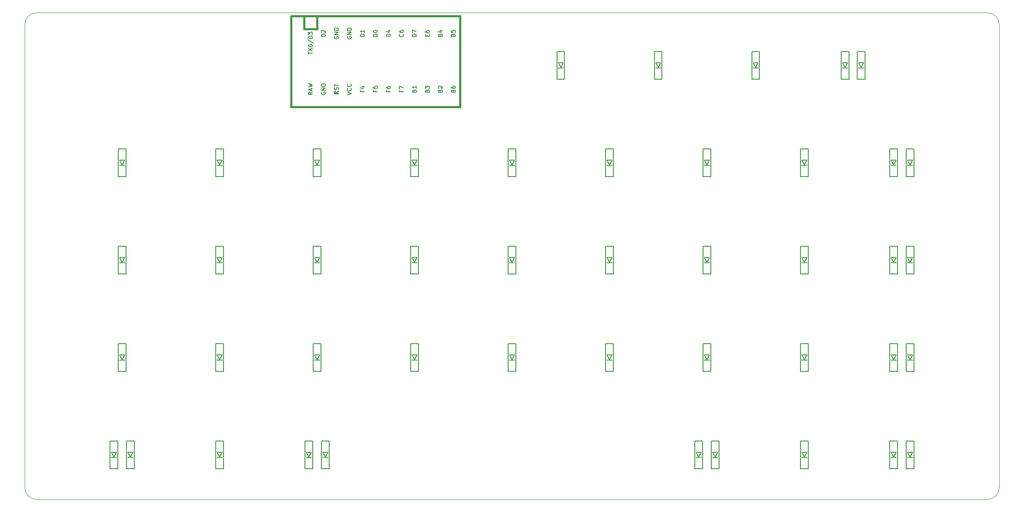
<source format=gto>
G04 #@! TF.GenerationSoftware,KiCad,Pcbnew,(5.1.4)-1*
G04 #@! TF.CreationDate,2021-08-31T18:12:40-10:00*
G04 #@! TF.ProjectId,oya45,6f796134-352e-46b6-9963-61645f706362,rev?*
G04 #@! TF.SameCoordinates,Original*
G04 #@! TF.FileFunction,Legend,Top*
G04 #@! TF.FilePolarity,Positive*
%FSLAX46Y46*%
G04 Gerber Fmt 4.6, Leading zero omitted, Abs format (unit mm)*
G04 Created by KiCad (PCBNEW (5.1.4)-1) date 2021-08-31 18:12:40*
%MOMM*%
%LPD*%
G04 APERTURE LIST*
%ADD10C,0.120000*%
%ADD11C,0.150000*%
%ADD12C,0.381000*%
%ADD13C,1.852000*%
%ADD14C,2.352000*%
%ADD15C,4.089800*%
%ADD16R,1.102000X1.502000*%
%ADD17R,1.854600X1.854600*%
%ADD18C,1.854600*%
%ADD19C,3.150000*%
G04 APERTURE END LIST*
D10*
X235743750Y-28575000D02*
X50006250Y-28575000D01*
X238125000Y-121443750D02*
X238125000Y-30956250D01*
X50006250Y-123825000D02*
X235743750Y-123825000D01*
X47625000Y-30956250D02*
X47625000Y-121443750D01*
X235743750Y-28575000D02*
G75*
G02X238125000Y-30956250I0J-2381250D01*
G01*
X47625000Y-30956250D02*
G75*
G02X50006250Y-28575000I2381250J0D01*
G01*
X238125000Y-121443750D02*
G75*
G02X235743750Y-123825000I-2381250J0D01*
G01*
X50006250Y-123825000D02*
G75*
G02X47625000Y-121443750I0J2381250D01*
G01*
D11*
X211887500Y-41593750D02*
X211887500Y-36193750D01*
X210387500Y-36193750D02*
X210387500Y-41593750D01*
X210387500Y-41593750D02*
X211887500Y-41593750D01*
X210387500Y-36193750D02*
X211887500Y-36193750D01*
X210637500Y-38393750D02*
X211637500Y-38393750D01*
X211637500Y-38393750D02*
X211137500Y-39293750D01*
X211137500Y-39293750D02*
X210637500Y-38393750D01*
X210637500Y-39393750D02*
X211637500Y-39393750D01*
X208712500Y-41593750D02*
X208712500Y-36193750D01*
X207212500Y-36193750D02*
X207212500Y-41593750D01*
X207212500Y-41593750D02*
X208712500Y-41593750D01*
X207212500Y-36193750D02*
X208712500Y-36193750D01*
X207462500Y-38393750D02*
X208462500Y-38393750D01*
X208462500Y-38393750D02*
X207962500Y-39293750D01*
X207962500Y-39293750D02*
X207462500Y-38393750D01*
X207462500Y-39393750D02*
X208462500Y-39393750D01*
X191250000Y-41593750D02*
X191250000Y-36193750D01*
X189750000Y-36193750D02*
X189750000Y-41593750D01*
X189750000Y-41593750D02*
X191250000Y-41593750D01*
X189750000Y-36193750D02*
X191250000Y-36193750D01*
X190000000Y-38393750D02*
X191000000Y-38393750D01*
X191000000Y-38393750D02*
X190500000Y-39293750D01*
X190500000Y-39293750D02*
X190000000Y-38393750D01*
X190000000Y-39393750D02*
X191000000Y-39393750D01*
X172200000Y-41593750D02*
X172200000Y-36193750D01*
X170700000Y-36193750D02*
X170700000Y-41593750D01*
X170700000Y-41593750D02*
X172200000Y-41593750D01*
X170700000Y-36193750D02*
X172200000Y-36193750D01*
X170950000Y-38393750D02*
X171950000Y-38393750D01*
X171950000Y-38393750D02*
X171450000Y-39293750D01*
X171450000Y-39293750D02*
X170950000Y-38393750D01*
X170950000Y-39393750D02*
X171950000Y-39393750D01*
X153150000Y-41593750D02*
X153150000Y-36193750D01*
X151650000Y-36193750D02*
X151650000Y-41593750D01*
X151650000Y-41593750D02*
X153150000Y-41593750D01*
X151650000Y-36193750D02*
X153150000Y-36193750D01*
X151900000Y-38393750D02*
X152900000Y-38393750D01*
X152900000Y-38393750D02*
X152400000Y-39293750D01*
X152400000Y-39293750D02*
X151900000Y-38393750D01*
X151900000Y-39393750D02*
X152900000Y-39393750D01*
X221412500Y-117793750D02*
X221412500Y-112393750D01*
X219912500Y-112393750D02*
X219912500Y-117793750D01*
X219912500Y-117793750D02*
X221412500Y-117793750D01*
X219912500Y-112393750D02*
X221412500Y-112393750D01*
X220162500Y-114593750D02*
X221162500Y-114593750D01*
X221162500Y-114593750D02*
X220662500Y-115493750D01*
X220662500Y-115493750D02*
X220162500Y-114593750D01*
X220162500Y-115593750D02*
X221162500Y-115593750D01*
X218237500Y-117793750D02*
X218237500Y-112393750D01*
X216737500Y-112393750D02*
X216737500Y-117793750D01*
X216737500Y-117793750D02*
X218237500Y-117793750D01*
X216737500Y-112393750D02*
X218237500Y-112393750D01*
X216987500Y-114593750D02*
X217987500Y-114593750D01*
X217987500Y-114593750D02*
X217487500Y-115493750D01*
X217487500Y-115493750D02*
X216987500Y-114593750D01*
X216987500Y-115593750D02*
X217987500Y-115593750D01*
X200775000Y-117793750D02*
X200775000Y-112393750D01*
X199275000Y-112393750D02*
X199275000Y-117793750D01*
X199275000Y-117793750D02*
X200775000Y-117793750D01*
X199275000Y-112393750D02*
X200775000Y-112393750D01*
X199525000Y-114593750D02*
X200525000Y-114593750D01*
X200525000Y-114593750D02*
X200025000Y-115493750D01*
X200025000Y-115493750D02*
X199525000Y-114593750D01*
X199525000Y-115593750D02*
X200525000Y-115593750D01*
X183312500Y-117793750D02*
X183312500Y-112393750D01*
X181812500Y-112393750D02*
X181812500Y-117793750D01*
X181812500Y-117793750D02*
X183312500Y-117793750D01*
X181812500Y-112393750D02*
X183312500Y-112393750D01*
X182062500Y-114593750D02*
X183062500Y-114593750D01*
X183062500Y-114593750D02*
X182562500Y-115493750D01*
X182562500Y-115493750D02*
X182062500Y-114593750D01*
X182062500Y-115593750D02*
X183062500Y-115593750D01*
X180137500Y-117793750D02*
X180137500Y-112393750D01*
X178637500Y-112393750D02*
X178637500Y-117793750D01*
X178637500Y-117793750D02*
X180137500Y-117793750D01*
X178637500Y-112393750D02*
X180137500Y-112393750D01*
X178887500Y-114593750D02*
X179887500Y-114593750D01*
X179887500Y-114593750D02*
X179387500Y-115493750D01*
X179387500Y-115493750D02*
X178887500Y-114593750D01*
X178887500Y-115593750D02*
X179887500Y-115593750D01*
X107112500Y-117793750D02*
X107112500Y-112393750D01*
X105612500Y-112393750D02*
X105612500Y-117793750D01*
X105612500Y-117793750D02*
X107112500Y-117793750D01*
X105612500Y-112393750D02*
X107112500Y-112393750D01*
X105862500Y-114593750D02*
X106862500Y-114593750D01*
X106862500Y-114593750D02*
X106362500Y-115493750D01*
X106362500Y-115493750D02*
X105862500Y-114593750D01*
X105862500Y-115593750D02*
X106862500Y-115593750D01*
X103937500Y-117793750D02*
X103937500Y-112393750D01*
X102437500Y-112393750D02*
X102437500Y-117793750D01*
X102437500Y-117793750D02*
X103937500Y-117793750D01*
X102437500Y-112393750D02*
X103937500Y-112393750D01*
X102687500Y-114593750D02*
X103687500Y-114593750D01*
X103687500Y-114593750D02*
X103187500Y-115493750D01*
X103187500Y-115493750D02*
X102687500Y-114593750D01*
X102687500Y-115593750D02*
X103687500Y-115593750D01*
X86475000Y-117793750D02*
X86475000Y-112393750D01*
X84975000Y-112393750D02*
X84975000Y-117793750D01*
X84975000Y-117793750D02*
X86475000Y-117793750D01*
X84975000Y-112393750D02*
X86475000Y-112393750D01*
X85225000Y-114593750D02*
X86225000Y-114593750D01*
X86225000Y-114593750D02*
X85725000Y-115493750D01*
X85725000Y-115493750D02*
X85225000Y-114593750D01*
X85225000Y-115593750D02*
X86225000Y-115593750D01*
X69012500Y-117793750D02*
X69012500Y-112393750D01*
X67512500Y-112393750D02*
X67512500Y-117793750D01*
X67512500Y-117793750D02*
X69012500Y-117793750D01*
X67512500Y-112393750D02*
X69012500Y-112393750D01*
X67762500Y-114593750D02*
X68762500Y-114593750D01*
X68762500Y-114593750D02*
X68262500Y-115493750D01*
X68262500Y-115493750D02*
X67762500Y-114593750D01*
X67762500Y-115593750D02*
X68762500Y-115593750D01*
X65837500Y-117793750D02*
X65837500Y-112393750D01*
X64337500Y-112393750D02*
X64337500Y-117793750D01*
X64337500Y-117793750D02*
X65837500Y-117793750D01*
X64337500Y-112393750D02*
X65837500Y-112393750D01*
X64587500Y-114593750D02*
X65587500Y-114593750D01*
X65587500Y-114593750D02*
X65087500Y-115493750D01*
X65087500Y-115493750D02*
X64587500Y-114593750D01*
X64587500Y-115593750D02*
X65587500Y-115593750D01*
X221412500Y-98743750D02*
X221412500Y-93343750D01*
X219912500Y-93343750D02*
X219912500Y-98743750D01*
X219912500Y-98743750D02*
X221412500Y-98743750D01*
X219912500Y-93343750D02*
X221412500Y-93343750D01*
X220162500Y-95543750D02*
X221162500Y-95543750D01*
X221162500Y-95543750D02*
X220662500Y-96443750D01*
X220662500Y-96443750D02*
X220162500Y-95543750D01*
X220162500Y-96543750D02*
X221162500Y-96543750D01*
X218237500Y-98743750D02*
X218237500Y-93343750D01*
X216737500Y-93343750D02*
X216737500Y-98743750D01*
X216737500Y-98743750D02*
X218237500Y-98743750D01*
X216737500Y-93343750D02*
X218237500Y-93343750D01*
X216987500Y-95543750D02*
X217987500Y-95543750D01*
X217987500Y-95543750D02*
X217487500Y-96443750D01*
X217487500Y-96443750D02*
X216987500Y-95543750D01*
X216987500Y-96543750D02*
X217987500Y-96543750D01*
X200775000Y-98743750D02*
X200775000Y-93343750D01*
X199275000Y-93343750D02*
X199275000Y-98743750D01*
X199275000Y-98743750D02*
X200775000Y-98743750D01*
X199275000Y-93343750D02*
X200775000Y-93343750D01*
X199525000Y-95543750D02*
X200525000Y-95543750D01*
X200525000Y-95543750D02*
X200025000Y-96443750D01*
X200025000Y-96443750D02*
X199525000Y-95543750D01*
X199525000Y-96543750D02*
X200525000Y-96543750D01*
X181725000Y-98743750D02*
X181725000Y-93343750D01*
X180225000Y-93343750D02*
X180225000Y-98743750D01*
X180225000Y-98743750D02*
X181725000Y-98743750D01*
X180225000Y-93343750D02*
X181725000Y-93343750D01*
X180475000Y-95543750D02*
X181475000Y-95543750D01*
X181475000Y-95543750D02*
X180975000Y-96443750D01*
X180975000Y-96443750D02*
X180475000Y-95543750D01*
X180475000Y-96543750D02*
X181475000Y-96543750D01*
X162675000Y-98743750D02*
X162675000Y-93343750D01*
X161175000Y-93343750D02*
X161175000Y-98743750D01*
X161175000Y-98743750D02*
X162675000Y-98743750D01*
X161175000Y-93343750D02*
X162675000Y-93343750D01*
X161425000Y-95543750D02*
X162425000Y-95543750D01*
X162425000Y-95543750D02*
X161925000Y-96443750D01*
X161925000Y-96443750D02*
X161425000Y-95543750D01*
X161425000Y-96543750D02*
X162425000Y-96543750D01*
X143625000Y-98743750D02*
X143625000Y-93343750D01*
X142125000Y-93343750D02*
X142125000Y-98743750D01*
X142125000Y-98743750D02*
X143625000Y-98743750D01*
X142125000Y-93343750D02*
X143625000Y-93343750D01*
X142375000Y-95543750D02*
X143375000Y-95543750D01*
X143375000Y-95543750D02*
X142875000Y-96443750D01*
X142875000Y-96443750D02*
X142375000Y-95543750D01*
X142375000Y-96543750D02*
X143375000Y-96543750D01*
X124575000Y-98743750D02*
X124575000Y-93343750D01*
X123075000Y-93343750D02*
X123075000Y-98743750D01*
X123075000Y-98743750D02*
X124575000Y-98743750D01*
X123075000Y-93343750D02*
X124575000Y-93343750D01*
X123325000Y-95543750D02*
X124325000Y-95543750D01*
X124325000Y-95543750D02*
X123825000Y-96443750D01*
X123825000Y-96443750D02*
X123325000Y-95543750D01*
X123325000Y-96543750D02*
X124325000Y-96543750D01*
X105525000Y-98743750D02*
X105525000Y-93343750D01*
X104025000Y-93343750D02*
X104025000Y-98743750D01*
X104025000Y-98743750D02*
X105525000Y-98743750D01*
X104025000Y-93343750D02*
X105525000Y-93343750D01*
X104275000Y-95543750D02*
X105275000Y-95543750D01*
X105275000Y-95543750D02*
X104775000Y-96443750D01*
X104775000Y-96443750D02*
X104275000Y-95543750D01*
X104275000Y-96543750D02*
X105275000Y-96543750D01*
X86475000Y-98743750D02*
X86475000Y-93343750D01*
X84975000Y-93343750D02*
X84975000Y-98743750D01*
X84975000Y-98743750D02*
X86475000Y-98743750D01*
X84975000Y-93343750D02*
X86475000Y-93343750D01*
X85225000Y-95543750D02*
X86225000Y-95543750D01*
X86225000Y-95543750D02*
X85725000Y-96443750D01*
X85725000Y-96443750D02*
X85225000Y-95543750D01*
X85225000Y-96543750D02*
X86225000Y-96543750D01*
X67425000Y-98743750D02*
X67425000Y-93343750D01*
X65925000Y-93343750D02*
X65925000Y-98743750D01*
X65925000Y-98743750D02*
X67425000Y-98743750D01*
X65925000Y-93343750D02*
X67425000Y-93343750D01*
X66175000Y-95543750D02*
X67175000Y-95543750D01*
X67175000Y-95543750D02*
X66675000Y-96443750D01*
X66675000Y-96443750D02*
X66175000Y-95543750D01*
X66175000Y-96543750D02*
X67175000Y-96543750D01*
X221412500Y-79693750D02*
X221412500Y-74293750D01*
X219912500Y-74293750D02*
X219912500Y-79693750D01*
X219912500Y-79693750D02*
X221412500Y-79693750D01*
X219912500Y-74293750D02*
X221412500Y-74293750D01*
X220162500Y-76493750D02*
X221162500Y-76493750D01*
X221162500Y-76493750D02*
X220662500Y-77393750D01*
X220662500Y-77393750D02*
X220162500Y-76493750D01*
X220162500Y-77493750D02*
X221162500Y-77493750D01*
X218237500Y-79693750D02*
X218237500Y-74293750D01*
X216737500Y-74293750D02*
X216737500Y-79693750D01*
X216737500Y-79693750D02*
X218237500Y-79693750D01*
X216737500Y-74293750D02*
X218237500Y-74293750D01*
X216987500Y-76493750D02*
X217987500Y-76493750D01*
X217987500Y-76493750D02*
X217487500Y-77393750D01*
X217487500Y-77393750D02*
X216987500Y-76493750D01*
X216987500Y-77493750D02*
X217987500Y-77493750D01*
X200775000Y-79693750D02*
X200775000Y-74293750D01*
X199275000Y-74293750D02*
X199275000Y-79693750D01*
X199275000Y-79693750D02*
X200775000Y-79693750D01*
X199275000Y-74293750D02*
X200775000Y-74293750D01*
X199525000Y-76493750D02*
X200525000Y-76493750D01*
X200525000Y-76493750D02*
X200025000Y-77393750D01*
X200025000Y-77393750D02*
X199525000Y-76493750D01*
X199525000Y-77493750D02*
X200525000Y-77493750D01*
X181725000Y-79693750D02*
X181725000Y-74293750D01*
X180225000Y-74293750D02*
X180225000Y-79693750D01*
X180225000Y-79693750D02*
X181725000Y-79693750D01*
X180225000Y-74293750D02*
X181725000Y-74293750D01*
X180475000Y-76493750D02*
X181475000Y-76493750D01*
X181475000Y-76493750D02*
X180975000Y-77393750D01*
X180975000Y-77393750D02*
X180475000Y-76493750D01*
X180475000Y-77493750D02*
X181475000Y-77493750D01*
X162675000Y-79693750D02*
X162675000Y-74293750D01*
X161175000Y-74293750D02*
X161175000Y-79693750D01*
X161175000Y-79693750D02*
X162675000Y-79693750D01*
X161175000Y-74293750D02*
X162675000Y-74293750D01*
X161425000Y-76493750D02*
X162425000Y-76493750D01*
X162425000Y-76493750D02*
X161925000Y-77393750D01*
X161925000Y-77393750D02*
X161425000Y-76493750D01*
X161425000Y-77493750D02*
X162425000Y-77493750D01*
X143625000Y-79693750D02*
X143625000Y-74293750D01*
X142125000Y-74293750D02*
X142125000Y-79693750D01*
X142125000Y-79693750D02*
X143625000Y-79693750D01*
X142125000Y-74293750D02*
X143625000Y-74293750D01*
X142375000Y-76493750D02*
X143375000Y-76493750D01*
X143375000Y-76493750D02*
X142875000Y-77393750D01*
X142875000Y-77393750D02*
X142375000Y-76493750D01*
X142375000Y-77493750D02*
X143375000Y-77493750D01*
X124575000Y-79693750D02*
X124575000Y-74293750D01*
X123075000Y-74293750D02*
X123075000Y-79693750D01*
X123075000Y-79693750D02*
X124575000Y-79693750D01*
X123075000Y-74293750D02*
X124575000Y-74293750D01*
X123325000Y-76493750D02*
X124325000Y-76493750D01*
X124325000Y-76493750D02*
X123825000Y-77393750D01*
X123825000Y-77393750D02*
X123325000Y-76493750D01*
X123325000Y-77493750D02*
X124325000Y-77493750D01*
X105525000Y-79693750D02*
X105525000Y-74293750D01*
X104025000Y-74293750D02*
X104025000Y-79693750D01*
X104025000Y-79693750D02*
X105525000Y-79693750D01*
X104025000Y-74293750D02*
X105525000Y-74293750D01*
X104275000Y-76493750D02*
X105275000Y-76493750D01*
X105275000Y-76493750D02*
X104775000Y-77393750D01*
X104775000Y-77393750D02*
X104275000Y-76493750D01*
X104275000Y-77493750D02*
X105275000Y-77493750D01*
X86475000Y-79693750D02*
X86475000Y-74293750D01*
X84975000Y-74293750D02*
X84975000Y-79693750D01*
X84975000Y-79693750D02*
X86475000Y-79693750D01*
X84975000Y-74293750D02*
X86475000Y-74293750D01*
X85225000Y-76493750D02*
X86225000Y-76493750D01*
X86225000Y-76493750D02*
X85725000Y-77393750D01*
X85725000Y-77393750D02*
X85225000Y-76493750D01*
X85225000Y-77493750D02*
X86225000Y-77493750D01*
X67425000Y-79693750D02*
X67425000Y-74293750D01*
X65925000Y-74293750D02*
X65925000Y-79693750D01*
X65925000Y-79693750D02*
X67425000Y-79693750D01*
X65925000Y-74293750D02*
X67425000Y-74293750D01*
X66175000Y-76493750D02*
X67175000Y-76493750D01*
X67175000Y-76493750D02*
X66675000Y-77393750D01*
X66675000Y-77393750D02*
X66175000Y-76493750D01*
X66175000Y-77493750D02*
X67175000Y-77493750D01*
X221412500Y-60643750D02*
X221412500Y-55243750D01*
X219912500Y-55243750D02*
X219912500Y-60643750D01*
X219912500Y-60643750D02*
X221412500Y-60643750D01*
X219912500Y-55243750D02*
X221412500Y-55243750D01*
X220162500Y-57443750D02*
X221162500Y-57443750D01*
X221162500Y-57443750D02*
X220662500Y-58343750D01*
X220662500Y-58343750D02*
X220162500Y-57443750D01*
X220162500Y-58443750D02*
X221162500Y-58443750D01*
X218237500Y-60643750D02*
X218237500Y-55243750D01*
X216737500Y-55243750D02*
X216737500Y-60643750D01*
X216737500Y-60643750D02*
X218237500Y-60643750D01*
X216737500Y-55243750D02*
X218237500Y-55243750D01*
X216987500Y-57443750D02*
X217987500Y-57443750D01*
X217987500Y-57443750D02*
X217487500Y-58343750D01*
X217487500Y-58343750D02*
X216987500Y-57443750D01*
X216987500Y-58443750D02*
X217987500Y-58443750D01*
X200775000Y-60643750D02*
X200775000Y-55243750D01*
X199275000Y-55243750D02*
X199275000Y-60643750D01*
X199275000Y-60643750D02*
X200775000Y-60643750D01*
X199275000Y-55243750D02*
X200775000Y-55243750D01*
X199525000Y-57443750D02*
X200525000Y-57443750D01*
X200525000Y-57443750D02*
X200025000Y-58343750D01*
X200025000Y-58343750D02*
X199525000Y-57443750D01*
X199525000Y-58443750D02*
X200525000Y-58443750D01*
X181725000Y-60643750D02*
X181725000Y-55243750D01*
X180225000Y-55243750D02*
X180225000Y-60643750D01*
X180225000Y-60643750D02*
X181725000Y-60643750D01*
X180225000Y-55243750D02*
X181725000Y-55243750D01*
X180475000Y-57443750D02*
X181475000Y-57443750D01*
X181475000Y-57443750D02*
X180975000Y-58343750D01*
X180975000Y-58343750D02*
X180475000Y-57443750D01*
X180475000Y-58443750D02*
X181475000Y-58443750D01*
X162675000Y-60643750D02*
X162675000Y-55243750D01*
X161175000Y-55243750D02*
X161175000Y-60643750D01*
X161175000Y-60643750D02*
X162675000Y-60643750D01*
X161175000Y-55243750D02*
X162675000Y-55243750D01*
X161425000Y-57443750D02*
X162425000Y-57443750D01*
X162425000Y-57443750D02*
X161925000Y-58343750D01*
X161925000Y-58343750D02*
X161425000Y-57443750D01*
X161425000Y-58443750D02*
X162425000Y-58443750D01*
X143625000Y-60643750D02*
X143625000Y-55243750D01*
X142125000Y-55243750D02*
X142125000Y-60643750D01*
X142125000Y-60643750D02*
X143625000Y-60643750D01*
X142125000Y-55243750D02*
X143625000Y-55243750D01*
X142375000Y-57443750D02*
X143375000Y-57443750D01*
X143375000Y-57443750D02*
X142875000Y-58343750D01*
X142875000Y-58343750D02*
X142375000Y-57443750D01*
X142375000Y-58443750D02*
X143375000Y-58443750D01*
X124575000Y-60643750D02*
X124575000Y-55243750D01*
X123075000Y-55243750D02*
X123075000Y-60643750D01*
X123075000Y-60643750D02*
X124575000Y-60643750D01*
X123075000Y-55243750D02*
X124575000Y-55243750D01*
X123325000Y-57443750D02*
X124325000Y-57443750D01*
X124325000Y-57443750D02*
X123825000Y-58343750D01*
X123825000Y-58343750D02*
X123325000Y-57443750D01*
X123325000Y-58443750D02*
X124325000Y-58443750D01*
X105525000Y-60643750D02*
X105525000Y-55243750D01*
X104025000Y-55243750D02*
X104025000Y-60643750D01*
X104025000Y-60643750D02*
X105525000Y-60643750D01*
X104025000Y-55243750D02*
X105525000Y-55243750D01*
X104275000Y-57443750D02*
X105275000Y-57443750D01*
X105275000Y-57443750D02*
X104775000Y-58343750D01*
X104775000Y-58343750D02*
X104275000Y-57443750D01*
X104275000Y-58443750D02*
X105275000Y-58443750D01*
X86475000Y-60643750D02*
X86475000Y-55243750D01*
X84975000Y-55243750D02*
X84975000Y-60643750D01*
X84975000Y-60643750D02*
X86475000Y-60643750D01*
X84975000Y-55243750D02*
X86475000Y-55243750D01*
X85225000Y-57443750D02*
X86225000Y-57443750D01*
X86225000Y-57443750D02*
X85725000Y-58343750D01*
X85725000Y-58343750D02*
X85225000Y-57443750D01*
X85225000Y-58443750D02*
X86225000Y-58443750D01*
X67425000Y-60643750D02*
X67425000Y-55243750D01*
X65925000Y-55243750D02*
X65925000Y-60643750D01*
X65925000Y-60643750D02*
X67425000Y-60643750D01*
X65925000Y-55243750D02*
X67425000Y-55243750D01*
X66175000Y-57443750D02*
X67175000Y-57443750D01*
X67175000Y-57443750D02*
X66675000Y-58343750D01*
X66675000Y-58343750D02*
X66175000Y-57443750D01*
X66175000Y-58443750D02*
X67175000Y-58443750D01*
D12*
X104775000Y-31750000D02*
X104775000Y-29210000D01*
X102235000Y-31750000D02*
X104775000Y-31750000D01*
D11*
G36*
X108524030Y-44144635D02*
G01*
X108624030Y-44144635D01*
X108624030Y-44244635D01*
X108524030Y-44244635D01*
X108524030Y-44144635D01*
G37*
X108524030Y-44144635D02*
X108624030Y-44144635D01*
X108624030Y-44244635D01*
X108524030Y-44244635D01*
X108524030Y-44144635D01*
G36*
X108124030Y-44344635D02*
G01*
X108924030Y-44344635D01*
X108924030Y-44444635D01*
X108124030Y-44444635D01*
X108124030Y-44344635D01*
G37*
X108124030Y-44344635D02*
X108924030Y-44344635D01*
X108924030Y-44444635D01*
X108124030Y-44444635D01*
X108124030Y-44344635D01*
G36*
X108724030Y-43944635D02*
G01*
X108924030Y-43944635D01*
X108924030Y-44044635D01*
X108724030Y-44044635D01*
X108724030Y-43944635D01*
G37*
X108724030Y-43944635D02*
X108924030Y-43944635D01*
X108924030Y-44044635D01*
X108724030Y-44044635D01*
X108724030Y-43944635D01*
G36*
X108124030Y-43944635D02*
G01*
X108424030Y-43944635D01*
X108424030Y-44044635D01*
X108124030Y-44044635D01*
X108124030Y-43944635D01*
G37*
X108124030Y-43944635D02*
X108424030Y-43944635D01*
X108424030Y-44044635D01*
X108124030Y-44044635D01*
X108124030Y-43944635D01*
G36*
X108124030Y-43944635D02*
G01*
X108224030Y-43944635D01*
X108224030Y-44444635D01*
X108124030Y-44444635D01*
X108124030Y-43944635D01*
G37*
X108124030Y-43944635D02*
X108224030Y-43944635D01*
X108224030Y-44444635D01*
X108124030Y-44444635D01*
X108124030Y-43944635D01*
D12*
X132715000Y-46990000D02*
X99695000Y-46990000D01*
X132715000Y-29210000D02*
X132715000Y-46990000D01*
X99695000Y-29210000D02*
X132715000Y-29210000D01*
X99695000Y-46990000D02*
X99695000Y-29210000D01*
X102235000Y-31750000D02*
X102235000Y-29210000D01*
D11*
X106406904Y-33229476D02*
X105606904Y-33229476D01*
X105606904Y-33039000D01*
X105645000Y-32924714D01*
X105721190Y-32848523D01*
X105797380Y-32810428D01*
X105949761Y-32772333D01*
X106064047Y-32772333D01*
X106216428Y-32810428D01*
X106292619Y-32848523D01*
X106368809Y-32924714D01*
X106406904Y-33039000D01*
X106406904Y-33229476D01*
X105683095Y-32467571D02*
X105645000Y-32429476D01*
X105606904Y-32353285D01*
X105606904Y-32162809D01*
X105645000Y-32086619D01*
X105683095Y-32048523D01*
X105759285Y-32010428D01*
X105835476Y-32010428D01*
X105949761Y-32048523D01*
X106406904Y-32505666D01*
X106406904Y-32010428D01*
X116566904Y-33229476D02*
X115766904Y-33229476D01*
X115766904Y-33039000D01*
X115805000Y-32924714D01*
X115881190Y-32848523D01*
X115957380Y-32810428D01*
X116109761Y-32772333D01*
X116224047Y-32772333D01*
X116376428Y-32810428D01*
X116452619Y-32848523D01*
X116528809Y-32924714D01*
X116566904Y-33039000D01*
X116566904Y-33229476D01*
X115766904Y-32277095D02*
X115766904Y-32200904D01*
X115805000Y-32124714D01*
X115843095Y-32086619D01*
X115919285Y-32048523D01*
X116071666Y-32010428D01*
X116262142Y-32010428D01*
X116414523Y-32048523D01*
X116490714Y-32086619D01*
X116528809Y-32124714D01*
X116566904Y-32200904D01*
X116566904Y-32277095D01*
X116528809Y-32353285D01*
X116490714Y-32391380D01*
X116414523Y-32429476D01*
X116262142Y-32467571D01*
X116071666Y-32467571D01*
X115919285Y-32429476D01*
X115843095Y-32391380D01*
X115805000Y-32353285D01*
X115766904Y-32277095D01*
X114026904Y-33229476D02*
X113226904Y-33229476D01*
X113226904Y-33039000D01*
X113265000Y-32924714D01*
X113341190Y-32848523D01*
X113417380Y-32810428D01*
X113569761Y-32772333D01*
X113684047Y-32772333D01*
X113836428Y-32810428D01*
X113912619Y-32848523D01*
X113988809Y-32924714D01*
X114026904Y-33039000D01*
X114026904Y-33229476D01*
X114026904Y-32010428D02*
X114026904Y-32467571D01*
X114026904Y-32239000D02*
X113226904Y-32239000D01*
X113341190Y-32315190D01*
X113417380Y-32391380D01*
X113455476Y-32467571D01*
X110725000Y-33248523D02*
X110686904Y-33324714D01*
X110686904Y-33439000D01*
X110725000Y-33553285D01*
X110801190Y-33629476D01*
X110877380Y-33667571D01*
X111029761Y-33705666D01*
X111144047Y-33705666D01*
X111296428Y-33667571D01*
X111372619Y-33629476D01*
X111448809Y-33553285D01*
X111486904Y-33439000D01*
X111486904Y-33362809D01*
X111448809Y-33248523D01*
X111410714Y-33210428D01*
X111144047Y-33210428D01*
X111144047Y-33362809D01*
X111486904Y-32867571D02*
X110686904Y-32867571D01*
X111486904Y-32410428D01*
X110686904Y-32410428D01*
X111486904Y-32029476D02*
X110686904Y-32029476D01*
X110686904Y-31839000D01*
X110725000Y-31724714D01*
X110801190Y-31648523D01*
X110877380Y-31610428D01*
X111029761Y-31572333D01*
X111144047Y-31572333D01*
X111296428Y-31610428D01*
X111372619Y-31648523D01*
X111448809Y-31724714D01*
X111486904Y-31839000D01*
X111486904Y-32029476D01*
X108185000Y-33248523D02*
X108146904Y-33324714D01*
X108146904Y-33439000D01*
X108185000Y-33553285D01*
X108261190Y-33629476D01*
X108337380Y-33667571D01*
X108489761Y-33705666D01*
X108604047Y-33705666D01*
X108756428Y-33667571D01*
X108832619Y-33629476D01*
X108908809Y-33553285D01*
X108946904Y-33439000D01*
X108946904Y-33362809D01*
X108908809Y-33248523D01*
X108870714Y-33210428D01*
X108604047Y-33210428D01*
X108604047Y-33362809D01*
X108946904Y-32867571D02*
X108146904Y-32867571D01*
X108946904Y-32410428D01*
X108146904Y-32410428D01*
X108946904Y-32029476D02*
X108146904Y-32029476D01*
X108146904Y-31839000D01*
X108185000Y-31724714D01*
X108261190Y-31648523D01*
X108337380Y-31610428D01*
X108489761Y-31572333D01*
X108604047Y-31572333D01*
X108756428Y-31610428D01*
X108832619Y-31648523D01*
X108908809Y-31724714D01*
X108946904Y-31839000D01*
X108946904Y-32029476D01*
X119106904Y-33229476D02*
X118306904Y-33229476D01*
X118306904Y-33039000D01*
X118345000Y-32924714D01*
X118421190Y-32848523D01*
X118497380Y-32810428D01*
X118649761Y-32772333D01*
X118764047Y-32772333D01*
X118916428Y-32810428D01*
X118992619Y-32848523D01*
X119068809Y-32924714D01*
X119106904Y-33039000D01*
X119106904Y-33229476D01*
X118573571Y-32086619D02*
X119106904Y-32086619D01*
X118268809Y-32277095D02*
X118840238Y-32467571D01*
X118840238Y-31972333D01*
X121570714Y-32772333D02*
X121608809Y-32810428D01*
X121646904Y-32924714D01*
X121646904Y-33000904D01*
X121608809Y-33115190D01*
X121532619Y-33191380D01*
X121456428Y-33229476D01*
X121304047Y-33267571D01*
X121189761Y-33267571D01*
X121037380Y-33229476D01*
X120961190Y-33191380D01*
X120885000Y-33115190D01*
X120846904Y-33000904D01*
X120846904Y-32924714D01*
X120885000Y-32810428D01*
X120923095Y-32772333D01*
X120846904Y-32086619D02*
X120846904Y-32239000D01*
X120885000Y-32315190D01*
X120923095Y-32353285D01*
X121037380Y-32429476D01*
X121189761Y-32467571D01*
X121494523Y-32467571D01*
X121570714Y-32429476D01*
X121608809Y-32391380D01*
X121646904Y-32315190D01*
X121646904Y-32162809D01*
X121608809Y-32086619D01*
X121570714Y-32048523D01*
X121494523Y-32010428D01*
X121304047Y-32010428D01*
X121227857Y-32048523D01*
X121189761Y-32086619D01*
X121151666Y-32162809D01*
X121151666Y-32315190D01*
X121189761Y-32391380D01*
X121227857Y-32429476D01*
X121304047Y-32467571D01*
X124186904Y-33229476D02*
X123386904Y-33229476D01*
X123386904Y-33039000D01*
X123425000Y-32924714D01*
X123501190Y-32848523D01*
X123577380Y-32810428D01*
X123729761Y-32772333D01*
X123844047Y-32772333D01*
X123996428Y-32810428D01*
X124072619Y-32848523D01*
X124148809Y-32924714D01*
X124186904Y-33039000D01*
X124186904Y-33229476D01*
X123386904Y-32505666D02*
X123386904Y-31972333D01*
X124186904Y-32315190D01*
X126307857Y-33191380D02*
X126307857Y-32924714D01*
X126726904Y-32810428D02*
X126726904Y-33191380D01*
X125926904Y-33191380D01*
X125926904Y-32810428D01*
X125926904Y-32124714D02*
X125926904Y-32277095D01*
X125965000Y-32353285D01*
X126003095Y-32391380D01*
X126117380Y-32467571D01*
X126269761Y-32505666D01*
X126574523Y-32505666D01*
X126650714Y-32467571D01*
X126688809Y-32429476D01*
X126726904Y-32353285D01*
X126726904Y-32200904D01*
X126688809Y-32124714D01*
X126650714Y-32086619D01*
X126574523Y-32048523D01*
X126384047Y-32048523D01*
X126307857Y-32086619D01*
X126269761Y-32124714D01*
X126231666Y-32200904D01*
X126231666Y-32353285D01*
X126269761Y-32429476D01*
X126307857Y-32467571D01*
X126384047Y-32505666D01*
X128847857Y-32962809D02*
X128885952Y-32848523D01*
X128924047Y-32810428D01*
X129000238Y-32772333D01*
X129114523Y-32772333D01*
X129190714Y-32810428D01*
X129228809Y-32848523D01*
X129266904Y-32924714D01*
X129266904Y-33229476D01*
X128466904Y-33229476D01*
X128466904Y-32962809D01*
X128505000Y-32886619D01*
X128543095Y-32848523D01*
X128619285Y-32810428D01*
X128695476Y-32810428D01*
X128771666Y-32848523D01*
X128809761Y-32886619D01*
X128847857Y-32962809D01*
X128847857Y-33229476D01*
X128733571Y-32086619D02*
X129266904Y-32086619D01*
X128428809Y-32277095D02*
X129000238Y-32467571D01*
X129000238Y-31972333D01*
X131387857Y-32962809D02*
X131425952Y-32848523D01*
X131464047Y-32810428D01*
X131540238Y-32772333D01*
X131654523Y-32772333D01*
X131730714Y-32810428D01*
X131768809Y-32848523D01*
X131806904Y-32924714D01*
X131806904Y-33229476D01*
X131006904Y-33229476D01*
X131006904Y-32962809D01*
X131045000Y-32886619D01*
X131083095Y-32848523D01*
X131159285Y-32810428D01*
X131235476Y-32810428D01*
X131311666Y-32848523D01*
X131349761Y-32886619D01*
X131387857Y-32962809D01*
X131387857Y-33229476D01*
X131006904Y-32048523D02*
X131006904Y-32429476D01*
X131387857Y-32467571D01*
X131349761Y-32429476D01*
X131311666Y-32353285D01*
X131311666Y-32162809D01*
X131349761Y-32086619D01*
X131387857Y-32048523D01*
X131464047Y-32010428D01*
X131654523Y-32010428D01*
X131730714Y-32048523D01*
X131768809Y-32086619D01*
X131806904Y-32162809D01*
X131806904Y-32353285D01*
X131768809Y-32429476D01*
X131730714Y-32467571D01*
X131387857Y-43884809D02*
X131425952Y-43770523D01*
X131464047Y-43732428D01*
X131540238Y-43694333D01*
X131654523Y-43694333D01*
X131730714Y-43732428D01*
X131768809Y-43770523D01*
X131806904Y-43846714D01*
X131806904Y-44151476D01*
X131006904Y-44151476D01*
X131006904Y-43884809D01*
X131045000Y-43808619D01*
X131083095Y-43770523D01*
X131159285Y-43732428D01*
X131235476Y-43732428D01*
X131311666Y-43770523D01*
X131349761Y-43808619D01*
X131387857Y-43884809D01*
X131387857Y-44151476D01*
X131006904Y-43008619D02*
X131006904Y-43161000D01*
X131045000Y-43237190D01*
X131083095Y-43275285D01*
X131197380Y-43351476D01*
X131349761Y-43389571D01*
X131654523Y-43389571D01*
X131730714Y-43351476D01*
X131768809Y-43313380D01*
X131806904Y-43237190D01*
X131806904Y-43084809D01*
X131768809Y-43008619D01*
X131730714Y-42970523D01*
X131654523Y-42932428D01*
X131464047Y-42932428D01*
X131387857Y-42970523D01*
X131349761Y-43008619D01*
X131311666Y-43084809D01*
X131311666Y-43237190D01*
X131349761Y-43313380D01*
X131387857Y-43351476D01*
X131464047Y-43389571D01*
X126307857Y-43884809D02*
X126345952Y-43770523D01*
X126384047Y-43732428D01*
X126460238Y-43694333D01*
X126574523Y-43694333D01*
X126650714Y-43732428D01*
X126688809Y-43770523D01*
X126726904Y-43846714D01*
X126726904Y-44151476D01*
X125926904Y-44151476D01*
X125926904Y-43884809D01*
X125965000Y-43808619D01*
X126003095Y-43770523D01*
X126079285Y-43732428D01*
X126155476Y-43732428D01*
X126231666Y-43770523D01*
X126269761Y-43808619D01*
X126307857Y-43884809D01*
X126307857Y-44151476D01*
X125926904Y-43427666D02*
X125926904Y-42932428D01*
X126231666Y-43199095D01*
X126231666Y-43084809D01*
X126269761Y-43008619D01*
X126307857Y-42970523D01*
X126384047Y-42932428D01*
X126574523Y-42932428D01*
X126650714Y-42970523D01*
X126688809Y-43008619D01*
X126726904Y-43084809D01*
X126726904Y-43313380D01*
X126688809Y-43389571D01*
X126650714Y-43427666D01*
X123767857Y-43884809D02*
X123805952Y-43770523D01*
X123844047Y-43732428D01*
X123920238Y-43694333D01*
X124034523Y-43694333D01*
X124110714Y-43732428D01*
X124148809Y-43770523D01*
X124186904Y-43846714D01*
X124186904Y-44151476D01*
X123386904Y-44151476D01*
X123386904Y-43884809D01*
X123425000Y-43808619D01*
X123463095Y-43770523D01*
X123539285Y-43732428D01*
X123615476Y-43732428D01*
X123691666Y-43770523D01*
X123729761Y-43808619D01*
X123767857Y-43884809D01*
X123767857Y-44151476D01*
X124186904Y-42932428D02*
X124186904Y-43389571D01*
X124186904Y-43161000D02*
X123386904Y-43161000D01*
X123501190Y-43237190D01*
X123577380Y-43313380D01*
X123615476Y-43389571D01*
X113607857Y-43827666D02*
X113607857Y-44094333D01*
X114026904Y-44094333D02*
X113226904Y-44094333D01*
X113226904Y-43713380D01*
X113493571Y-43065761D02*
X114026904Y-43065761D01*
X113188809Y-43256238D02*
X113760238Y-43446714D01*
X113760238Y-42951476D01*
X110686904Y-44627666D02*
X111486904Y-44361000D01*
X110686904Y-44094333D01*
X111410714Y-43370523D02*
X111448809Y-43408619D01*
X111486904Y-43522904D01*
X111486904Y-43599095D01*
X111448809Y-43713380D01*
X111372619Y-43789571D01*
X111296428Y-43827666D01*
X111144047Y-43865761D01*
X111029761Y-43865761D01*
X110877380Y-43827666D01*
X110801190Y-43789571D01*
X110725000Y-43713380D01*
X110686904Y-43599095D01*
X110686904Y-43522904D01*
X110725000Y-43408619D01*
X110763095Y-43370523D01*
X111410714Y-42570523D02*
X111448809Y-42608619D01*
X111486904Y-42722904D01*
X111486904Y-42799095D01*
X111448809Y-42913380D01*
X111372619Y-42989571D01*
X111296428Y-43027666D01*
X111144047Y-43065761D01*
X111029761Y-43065761D01*
X110877380Y-43027666D01*
X110801190Y-42989571D01*
X110725000Y-42913380D01*
X110686904Y-42799095D01*
X110686904Y-42722904D01*
X110725000Y-42608619D01*
X110763095Y-42570523D01*
X105645000Y-44170523D02*
X105606904Y-44246714D01*
X105606904Y-44361000D01*
X105645000Y-44475285D01*
X105721190Y-44551476D01*
X105797380Y-44589571D01*
X105949761Y-44627666D01*
X106064047Y-44627666D01*
X106216428Y-44589571D01*
X106292619Y-44551476D01*
X106368809Y-44475285D01*
X106406904Y-44361000D01*
X106406904Y-44284809D01*
X106368809Y-44170523D01*
X106330714Y-44132428D01*
X106064047Y-44132428D01*
X106064047Y-44284809D01*
X106406904Y-43789571D02*
X105606904Y-43789571D01*
X106406904Y-43332428D01*
X105606904Y-43332428D01*
X106406904Y-42951476D02*
X105606904Y-42951476D01*
X105606904Y-42761000D01*
X105645000Y-42646714D01*
X105721190Y-42570523D01*
X105797380Y-42532428D01*
X105949761Y-42494333D01*
X106064047Y-42494333D01*
X106216428Y-42532428D01*
X106292619Y-42570523D01*
X106368809Y-42646714D01*
X106406904Y-42761000D01*
X106406904Y-42951476D01*
X103866904Y-44113380D02*
X103485952Y-44380047D01*
X103866904Y-44570523D02*
X103066904Y-44570523D01*
X103066904Y-44265761D01*
X103105000Y-44189571D01*
X103143095Y-44151476D01*
X103219285Y-44113380D01*
X103333571Y-44113380D01*
X103409761Y-44151476D01*
X103447857Y-44189571D01*
X103485952Y-44265761D01*
X103485952Y-44570523D01*
X103638333Y-43808619D02*
X103638333Y-43427666D01*
X103866904Y-43884809D02*
X103066904Y-43618142D01*
X103866904Y-43351476D01*
X103066904Y-43161000D02*
X103866904Y-42970523D01*
X103295476Y-42818142D01*
X103866904Y-42665761D01*
X103066904Y-42475285D01*
X116147857Y-43827666D02*
X116147857Y-44094333D01*
X116566904Y-44094333D02*
X115766904Y-44094333D01*
X115766904Y-43713380D01*
X115766904Y-43027666D02*
X115766904Y-43408619D01*
X116147857Y-43446714D01*
X116109761Y-43408619D01*
X116071666Y-43332428D01*
X116071666Y-43141952D01*
X116109761Y-43065761D01*
X116147857Y-43027666D01*
X116224047Y-42989571D01*
X116414523Y-42989571D01*
X116490714Y-43027666D01*
X116528809Y-43065761D01*
X116566904Y-43141952D01*
X116566904Y-43332428D01*
X116528809Y-43408619D01*
X116490714Y-43446714D01*
X118687857Y-43827666D02*
X118687857Y-44094333D01*
X119106904Y-44094333D02*
X118306904Y-44094333D01*
X118306904Y-43713380D01*
X118306904Y-43065761D02*
X118306904Y-43218142D01*
X118345000Y-43294333D01*
X118383095Y-43332428D01*
X118497380Y-43408619D01*
X118649761Y-43446714D01*
X118954523Y-43446714D01*
X119030714Y-43408619D01*
X119068809Y-43370523D01*
X119106904Y-43294333D01*
X119106904Y-43141952D01*
X119068809Y-43065761D01*
X119030714Y-43027666D01*
X118954523Y-42989571D01*
X118764047Y-42989571D01*
X118687857Y-43027666D01*
X118649761Y-43065761D01*
X118611666Y-43141952D01*
X118611666Y-43294333D01*
X118649761Y-43370523D01*
X118687857Y-43408619D01*
X118764047Y-43446714D01*
X121227857Y-43827666D02*
X121227857Y-44094333D01*
X121646904Y-44094333D02*
X120846904Y-44094333D01*
X120846904Y-43713380D01*
X120846904Y-43484809D02*
X120846904Y-42951476D01*
X121646904Y-43294333D01*
X128847857Y-43884809D02*
X128885952Y-43770523D01*
X128924047Y-43732428D01*
X129000238Y-43694333D01*
X129114523Y-43694333D01*
X129190714Y-43732428D01*
X129228809Y-43770523D01*
X129266904Y-43846714D01*
X129266904Y-44151476D01*
X128466904Y-44151476D01*
X128466904Y-43884809D01*
X128505000Y-43808619D01*
X128543095Y-43770523D01*
X128619285Y-43732428D01*
X128695476Y-43732428D01*
X128771666Y-43770523D01*
X128809761Y-43808619D01*
X128847857Y-43884809D01*
X128847857Y-44151476D01*
X128543095Y-43389571D02*
X128505000Y-43351476D01*
X128466904Y-43275285D01*
X128466904Y-43084809D01*
X128505000Y-43008619D01*
X128543095Y-42970523D01*
X128619285Y-42932428D01*
X128695476Y-42932428D01*
X128809761Y-42970523D01*
X129266904Y-43427666D01*
X129266904Y-42932428D01*
X103066904Y-36718604D02*
X103066904Y-36261461D01*
X103866904Y-36490032D02*
X103066904Y-36490032D01*
X103066904Y-36070985D02*
X103866904Y-35537651D01*
X103066904Y-35537651D02*
X103866904Y-36070985D01*
X103066904Y-35080508D02*
X103066904Y-35004318D01*
X103105000Y-34928128D01*
X103143095Y-34890032D01*
X103219285Y-34851937D01*
X103371666Y-34813842D01*
X103562142Y-34813842D01*
X103714523Y-34851937D01*
X103790714Y-34890032D01*
X103828809Y-34928128D01*
X103866904Y-35004318D01*
X103866904Y-35080508D01*
X103828809Y-35156699D01*
X103790714Y-35194794D01*
X103714523Y-35232889D01*
X103562142Y-35270985D01*
X103371666Y-35270985D01*
X103219285Y-35232889D01*
X103143095Y-35194794D01*
X103105000Y-35156699D01*
X103066904Y-35080508D01*
X103028809Y-33899556D02*
X104057380Y-34585270D01*
X103866904Y-33632889D02*
X103066904Y-33632889D01*
X103066904Y-33442413D01*
X103105000Y-33328128D01*
X103181190Y-33251937D01*
X103257380Y-33213842D01*
X103409761Y-33175747D01*
X103524047Y-33175747D01*
X103676428Y-33213842D01*
X103752619Y-33251937D01*
X103828809Y-33328128D01*
X103866904Y-33442413D01*
X103866904Y-33632889D01*
X103066904Y-32909080D02*
X103066904Y-32413842D01*
X103371666Y-32680508D01*
X103371666Y-32566223D01*
X103409761Y-32490032D01*
X103447857Y-32451937D01*
X103524047Y-32413842D01*
X103714523Y-32413842D01*
X103790714Y-32451937D01*
X103828809Y-32490032D01*
X103866904Y-32566223D01*
X103866904Y-32794794D01*
X103828809Y-32870985D01*
X103790714Y-32909080D01*
X108888809Y-43673333D02*
X108926904Y-43559047D01*
X108926904Y-43368571D01*
X108888809Y-43292380D01*
X108850714Y-43254285D01*
X108774523Y-43216190D01*
X108698333Y-43216190D01*
X108622142Y-43254285D01*
X108584047Y-43292380D01*
X108545952Y-43368571D01*
X108507857Y-43520952D01*
X108469761Y-43597142D01*
X108431666Y-43635238D01*
X108355476Y-43673333D01*
X108279285Y-43673333D01*
X108203095Y-43635238D01*
X108165000Y-43597142D01*
X108126904Y-43520952D01*
X108126904Y-43330476D01*
X108165000Y-43216190D01*
X108126904Y-42987619D02*
X108126904Y-42530476D01*
X108926904Y-42759047D02*
X108126904Y-42759047D01*
%LPC*%
D13*
X90170000Y-114300000D03*
X100330000Y-114300000D03*
D14*
X99060000Y-111760000D03*
D15*
X95250000Y-114300000D03*
D14*
X92710000Y-109220000D03*
D13*
X166370000Y-114300000D03*
X176530000Y-114300000D03*
D14*
X175260000Y-111760000D03*
D15*
X171450000Y-114300000D03*
D14*
X168910000Y-109220000D03*
D13*
X137795000Y-38100000D03*
X147955000Y-38100000D03*
D14*
X146685000Y-35560000D03*
D15*
X142875000Y-38100000D03*
D14*
X140335000Y-33020000D03*
D16*
X211137500Y-37118750D03*
X211137500Y-40668750D03*
X207962500Y-37118750D03*
X207962500Y-40668750D03*
X190500000Y-37118750D03*
X190500000Y-40668750D03*
X171450000Y-37118750D03*
X171450000Y-40668750D03*
X152400000Y-37118750D03*
X152400000Y-40668750D03*
X220662500Y-113318750D03*
X220662500Y-116868750D03*
X217487500Y-113318750D03*
X217487500Y-116868750D03*
X200025000Y-113318750D03*
X200025000Y-116868750D03*
X182562500Y-113318750D03*
X182562500Y-116868750D03*
X179387500Y-113318750D03*
X179387500Y-116868750D03*
X106362500Y-113318750D03*
X106362500Y-116868750D03*
X103187500Y-113318750D03*
X103187500Y-116868750D03*
X85725000Y-113318750D03*
X85725000Y-116868750D03*
X68262500Y-113318750D03*
X68262500Y-116868750D03*
X65087500Y-113318750D03*
X65087500Y-116868750D03*
X220662500Y-94268750D03*
X220662500Y-97818750D03*
X217487500Y-94268750D03*
X217487500Y-97818750D03*
X200025000Y-94268750D03*
X200025000Y-97818750D03*
X180975000Y-94268750D03*
X180975000Y-97818750D03*
X161925000Y-94268750D03*
X161925000Y-97818750D03*
X142875000Y-94268750D03*
X142875000Y-97818750D03*
X123825000Y-94268750D03*
X123825000Y-97818750D03*
X104775000Y-94268750D03*
X104775000Y-97818750D03*
X85725000Y-94268750D03*
X85725000Y-97818750D03*
X66675000Y-94268750D03*
X66675000Y-97818750D03*
X220662500Y-75218750D03*
X220662500Y-78768750D03*
X217487500Y-75218750D03*
X217487500Y-78768750D03*
X200025000Y-75218750D03*
X200025000Y-78768750D03*
X180975000Y-75218750D03*
X180975000Y-78768750D03*
X161925000Y-75218750D03*
X161925000Y-78768750D03*
X142875000Y-75218750D03*
X142875000Y-78768750D03*
X123825000Y-75218750D03*
X123825000Y-78768750D03*
X104775000Y-75218750D03*
X104775000Y-78768750D03*
X85725000Y-75218750D03*
X85725000Y-78768750D03*
X66675000Y-75218750D03*
X66675000Y-78768750D03*
X220662500Y-56168750D03*
X220662500Y-59718750D03*
X217487500Y-56168750D03*
X217487500Y-59718750D03*
X200025000Y-56168750D03*
X200025000Y-59718750D03*
X180975000Y-56168750D03*
X180975000Y-59718750D03*
X161925000Y-56168750D03*
X161925000Y-59718750D03*
X142875000Y-56168750D03*
X142875000Y-59718750D03*
X123825000Y-56168750D03*
X123825000Y-59718750D03*
X104775000Y-56168750D03*
X104775000Y-59718750D03*
X85725000Y-56168750D03*
X85725000Y-59718750D03*
X66675000Y-56168750D03*
X66675000Y-59718750D03*
D13*
X194945000Y-38100000D03*
X205105000Y-38100000D03*
D14*
X203835000Y-35560000D03*
D15*
X200025000Y-38100000D03*
D14*
X197485000Y-33020000D03*
D13*
X213995000Y-38100000D03*
X224155000Y-38100000D03*
D14*
X222885000Y-35560000D03*
D15*
X219075000Y-38100000D03*
D14*
X216535000Y-33020000D03*
D17*
X103505000Y-30480000D03*
D18*
X106045000Y-30480000D03*
X108585000Y-30480000D03*
X111125000Y-30480000D03*
X113665000Y-30480000D03*
X116205000Y-30480000D03*
X118745000Y-30480000D03*
X121285000Y-30480000D03*
X123825000Y-30480000D03*
X126365000Y-30480000D03*
X128905000Y-30480000D03*
X131445000Y-45720000D03*
X128905000Y-45720000D03*
X126365000Y-45720000D03*
X123825000Y-45720000D03*
X121285000Y-45720000D03*
X118745000Y-45720000D03*
X116205000Y-45720000D03*
X113665000Y-45720000D03*
X111125000Y-45720000D03*
X108585000Y-45720000D03*
X106045000Y-45720000D03*
X131445000Y-30480000D03*
X103505000Y-45720000D03*
D15*
X150018750Y-106045000D03*
X173831250Y-106045000D03*
D19*
X150018750Y-121285000D03*
X173831250Y-121285000D03*
D13*
X156845000Y-114300000D03*
X167005000Y-114300000D03*
D14*
X165735000Y-111760000D03*
D15*
X161925000Y-114300000D03*
D14*
X159385000Y-109220000D03*
D15*
X111918750Y-106045000D03*
X135731250Y-106045000D03*
D19*
X111918750Y-121285000D03*
X135731250Y-121285000D03*
D13*
X118745000Y-114300000D03*
X128905000Y-114300000D03*
D14*
X127635000Y-111760000D03*
D15*
X123825000Y-114300000D03*
D14*
X121285000Y-109220000D03*
X140335000Y-109220000D03*
D15*
X142875000Y-114300000D03*
D14*
X146685000Y-111760000D03*
D13*
X147955000Y-114300000D03*
X137795000Y-114300000D03*
D19*
X190500000Y-121285000D03*
X95250000Y-121285000D03*
D15*
X190500000Y-106045000D03*
X95250000Y-106045000D03*
D13*
X175895000Y-38100000D03*
X186055000Y-38100000D03*
D14*
X184785000Y-35560000D03*
D15*
X180975000Y-38100000D03*
D14*
X178435000Y-33020000D03*
D13*
X156845000Y-38100000D03*
X167005000Y-38100000D03*
D14*
X165735000Y-35560000D03*
D15*
X161925000Y-38100000D03*
D14*
X159385000Y-33020000D03*
D13*
X223520000Y-114300000D03*
X233680000Y-114300000D03*
D14*
X232410000Y-111760000D03*
D15*
X228600000Y-114300000D03*
D14*
X226060000Y-109220000D03*
D13*
X204470000Y-114300000D03*
X214630000Y-114300000D03*
D14*
X213360000Y-111760000D03*
D15*
X209550000Y-114300000D03*
D14*
X207010000Y-109220000D03*
D13*
X185420000Y-114300000D03*
X195580000Y-114300000D03*
D14*
X194310000Y-111760000D03*
D15*
X190500000Y-114300000D03*
D14*
X187960000Y-109220000D03*
D13*
X147320000Y-114300000D03*
X157480000Y-114300000D03*
D14*
X156210000Y-111760000D03*
D15*
X152400000Y-114300000D03*
D14*
X149860000Y-109220000D03*
D13*
X128270000Y-114300000D03*
X138430000Y-114300000D03*
D14*
X137160000Y-111760000D03*
D15*
X133350000Y-114300000D03*
D14*
X130810000Y-109220000D03*
D13*
X109220000Y-114300000D03*
X119380000Y-114300000D03*
D14*
X118110000Y-111760000D03*
D15*
X114300000Y-114300000D03*
D14*
X111760000Y-109220000D03*
D13*
X71120000Y-114300000D03*
X81280000Y-114300000D03*
D14*
X80010000Y-111760000D03*
D15*
X76200000Y-114300000D03*
D14*
X73660000Y-109220000D03*
D13*
X52070000Y-114300000D03*
X62230000Y-114300000D03*
D14*
X60960000Y-111760000D03*
D15*
X57150000Y-114300000D03*
D14*
X54610000Y-109220000D03*
D13*
X223520000Y-95250000D03*
X233680000Y-95250000D03*
D14*
X232410000Y-92710000D03*
D15*
X228600000Y-95250000D03*
D14*
X226060000Y-90170000D03*
D13*
X204470000Y-95250000D03*
X214630000Y-95250000D03*
D14*
X213360000Y-92710000D03*
D15*
X209550000Y-95250000D03*
D14*
X207010000Y-90170000D03*
D13*
X185420000Y-95250000D03*
X195580000Y-95250000D03*
D14*
X194310000Y-92710000D03*
D15*
X190500000Y-95250000D03*
D14*
X187960000Y-90170000D03*
D13*
X166370000Y-95250000D03*
X176530000Y-95250000D03*
D14*
X175260000Y-92710000D03*
D15*
X171450000Y-95250000D03*
D14*
X168910000Y-90170000D03*
D13*
X147320000Y-95250000D03*
X157480000Y-95250000D03*
D14*
X156210000Y-92710000D03*
D15*
X152400000Y-95250000D03*
D14*
X149860000Y-90170000D03*
D13*
X128270000Y-95250000D03*
X138430000Y-95250000D03*
D14*
X137160000Y-92710000D03*
D15*
X133350000Y-95250000D03*
D14*
X130810000Y-90170000D03*
D13*
X109220000Y-95250000D03*
X119380000Y-95250000D03*
D14*
X118110000Y-92710000D03*
D15*
X114300000Y-95250000D03*
D14*
X111760000Y-90170000D03*
D13*
X90170000Y-95250000D03*
X100330000Y-95250000D03*
D14*
X99060000Y-92710000D03*
D15*
X95250000Y-95250000D03*
D14*
X92710000Y-90170000D03*
D13*
X71120000Y-95250000D03*
X81280000Y-95250000D03*
D14*
X80010000Y-92710000D03*
D15*
X76200000Y-95250000D03*
D14*
X73660000Y-90170000D03*
D13*
X52070000Y-95250000D03*
X62230000Y-95250000D03*
D14*
X60960000Y-92710000D03*
D15*
X57150000Y-95250000D03*
D14*
X54610000Y-90170000D03*
D13*
X223520000Y-76200000D03*
X233680000Y-76200000D03*
D14*
X232410000Y-73660000D03*
D15*
X228600000Y-76200000D03*
D14*
X226060000Y-71120000D03*
D13*
X204470000Y-76200000D03*
X214630000Y-76200000D03*
D14*
X213360000Y-73660000D03*
D15*
X209550000Y-76200000D03*
D14*
X207010000Y-71120000D03*
D13*
X185420000Y-76200000D03*
X195580000Y-76200000D03*
D14*
X194310000Y-73660000D03*
D15*
X190500000Y-76200000D03*
D14*
X187960000Y-71120000D03*
D13*
X166370000Y-76200000D03*
X176530000Y-76200000D03*
D14*
X175260000Y-73660000D03*
D15*
X171450000Y-76200000D03*
D14*
X168910000Y-71120000D03*
D13*
X147320000Y-76200000D03*
X157480000Y-76200000D03*
D14*
X156210000Y-73660000D03*
D15*
X152400000Y-76200000D03*
D14*
X149860000Y-71120000D03*
D13*
X128270000Y-76200000D03*
X138430000Y-76200000D03*
D14*
X137160000Y-73660000D03*
D15*
X133350000Y-76200000D03*
D14*
X130810000Y-71120000D03*
D13*
X109220000Y-76200000D03*
X119380000Y-76200000D03*
D14*
X118110000Y-73660000D03*
D15*
X114300000Y-76200000D03*
D14*
X111760000Y-71120000D03*
D13*
X90170000Y-76200000D03*
X100330000Y-76200000D03*
D14*
X99060000Y-73660000D03*
D15*
X95250000Y-76200000D03*
D14*
X92710000Y-71120000D03*
D13*
X71120000Y-76200000D03*
X81280000Y-76200000D03*
D14*
X80010000Y-73660000D03*
D15*
X76200000Y-76200000D03*
D14*
X73660000Y-71120000D03*
D13*
X52070000Y-76200000D03*
X62230000Y-76200000D03*
D14*
X60960000Y-73660000D03*
D15*
X57150000Y-76200000D03*
D14*
X54610000Y-71120000D03*
D13*
X223520000Y-57150000D03*
X233680000Y-57150000D03*
D14*
X232410000Y-54610000D03*
D15*
X228600000Y-57150000D03*
D14*
X226060000Y-52070000D03*
D13*
X204470000Y-57150000D03*
X214630000Y-57150000D03*
D14*
X213360000Y-54610000D03*
D15*
X209550000Y-57150000D03*
D14*
X207010000Y-52070000D03*
D13*
X185420000Y-57150000D03*
X195580000Y-57150000D03*
D14*
X194310000Y-54610000D03*
D15*
X190500000Y-57150000D03*
D14*
X187960000Y-52070000D03*
D13*
X166370000Y-57150000D03*
X176530000Y-57150000D03*
D14*
X175260000Y-54610000D03*
D15*
X171450000Y-57150000D03*
D14*
X168910000Y-52070000D03*
D13*
X147320000Y-57150000D03*
X157480000Y-57150000D03*
D14*
X156210000Y-54610000D03*
D15*
X152400000Y-57150000D03*
D14*
X149860000Y-52070000D03*
D13*
X128270000Y-57150000D03*
X138430000Y-57150000D03*
D14*
X137160000Y-54610000D03*
D15*
X133350000Y-57150000D03*
D14*
X130810000Y-52070000D03*
D13*
X109220000Y-57150000D03*
X119380000Y-57150000D03*
D14*
X118110000Y-54610000D03*
D15*
X114300000Y-57150000D03*
D14*
X111760000Y-52070000D03*
D13*
X90170000Y-57150000D03*
X100330000Y-57150000D03*
D14*
X99060000Y-54610000D03*
D15*
X95250000Y-57150000D03*
D14*
X92710000Y-52070000D03*
D13*
X71120000Y-57150000D03*
X81280000Y-57150000D03*
D14*
X80010000Y-54610000D03*
D15*
X76200000Y-57150000D03*
D14*
X73660000Y-52070000D03*
D13*
X52070000Y-57150000D03*
X62230000Y-57150000D03*
D14*
X60960000Y-54610000D03*
D15*
X57150000Y-57150000D03*
D14*
X54610000Y-52070000D03*
M02*

</source>
